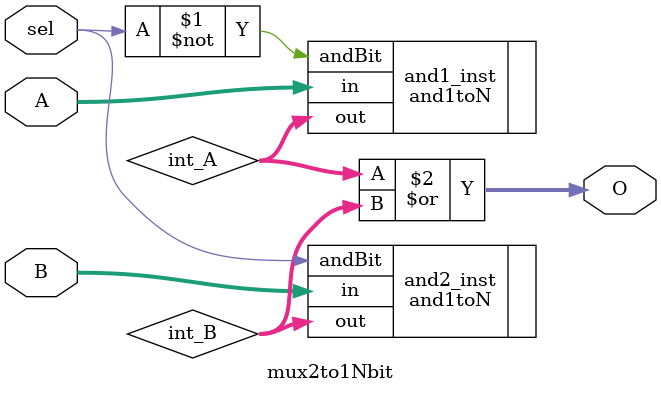
<source format=sv>
module mux2to1Nbit #(
	parameter int N = 8
	)(
	input wire [N-1:0]A,
	input wire [N-1:0]B,
	input wire sel,
	output wire [N-1:0] O
	);
	
	genvar i;
	
	wire [N-1:0] int_A,int_B;
	
	and1toN #(N) and1_inst(
			.in(A),
			.andBit(~sel),
			.out(int_A)
		);
	
	and1toN #(N) and2_inst(
		.in(B),
		.andBit(sel),
		.out(int_B)
		);
	
	//Output Drivers
	
	assign O = int_A | int_B;
	
endmodule
			
</source>
